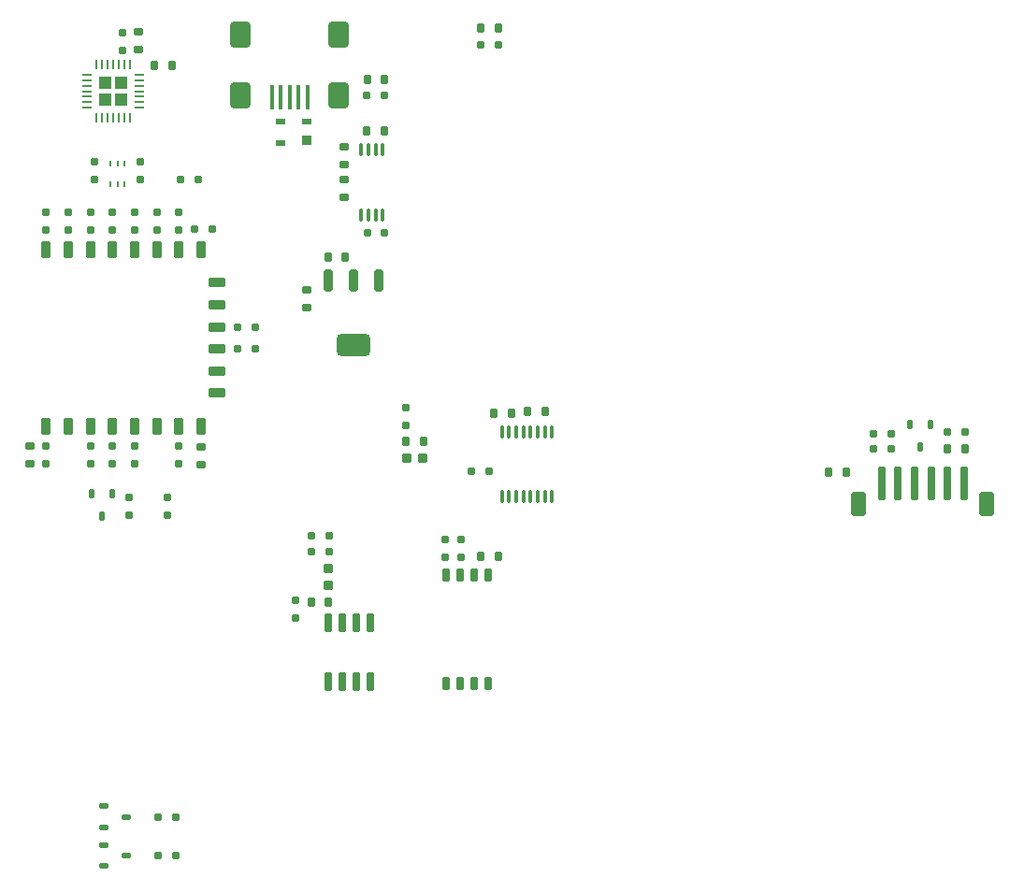
<source format=gtp>
G04*
G04 #@! TF.GenerationSoftware,Altium Limited,Altium Designer,20.0.13 (296)*
G04*
G04 Layer_Color=8421504*
%FSAX44Y44*%
%MOMM*%
G71*
G01*
G75*
G04:AMPARAMS|DCode=14|XSize=0.85mm|YSize=0.75mm|CornerRadius=0.1625mm|HoleSize=0mm|Usage=FLASHONLY|Rotation=90.000|XOffset=0mm|YOffset=0mm|HoleType=Round|Shape=RoundedRectangle|*
%AMROUNDEDRECTD14*
21,1,0.8500,0.4250,0,0,90.0*
21,1,0.5250,0.7500,0,0,90.0*
1,1,0.3250,0.2125,0.2625*
1,1,0.3250,0.2125,-0.2625*
1,1,0.3250,-0.2125,-0.2625*
1,1,0.3250,-0.2125,0.2625*
%
%ADD14ROUNDEDRECTD14*%
G04:AMPARAMS|DCode=15|XSize=0.75mm|YSize=0.7mm|CornerRadius=0.15mm|HoleSize=0mm|Usage=FLASHONLY|Rotation=270.000|XOffset=0mm|YOffset=0mm|HoleType=Round|Shape=RoundedRectangle|*
%AMROUNDEDRECTD15*
21,1,0.7500,0.4000,0,0,270.0*
21,1,0.4500,0.7000,0,0,270.0*
1,1,0.3000,-0.2000,-0.2250*
1,1,0.3000,-0.2000,0.2250*
1,1,0.3000,0.2000,0.2250*
1,1,0.3000,0.2000,-0.2250*
%
%ADD15ROUNDEDRECTD15*%
G04:AMPARAMS|DCode=16|XSize=0.84mm|YSize=0.88mm|CornerRadius=0.185mm|HoleSize=0mm|Usage=FLASHONLY|Rotation=90.000|XOffset=0mm|YOffset=0mm|HoleType=Round|Shape=RoundedRectangle|*
%AMROUNDEDRECTD16*
21,1,0.8400,0.5100,0,0,90.0*
21,1,0.4700,0.8800,0,0,90.0*
1,1,0.3700,0.2550,0.2350*
1,1,0.3700,0.2550,-0.2350*
1,1,0.3700,-0.2550,-0.2350*
1,1,0.3700,-0.2550,0.2350*
%
%ADD16ROUNDEDRECTD16*%
G04:AMPARAMS|DCode=17|XSize=1.4mm|YSize=2.2mm|CornerRadius=0.325mm|HoleSize=0mm|Usage=FLASHONLY|Rotation=180.000|XOffset=0mm|YOffset=0mm|HoleType=Round|Shape=RoundedRectangle|*
%AMROUNDEDRECTD17*
21,1,1.4000,1.5500,0,0,180.0*
21,1,0.7500,2.2000,0,0,180.0*
1,1,0.6500,-0.3750,0.7750*
1,1,0.6500,0.3750,0.7750*
1,1,0.6500,0.3750,-0.7750*
1,1,0.6500,-0.3750,-0.7750*
%
%ADD17ROUNDEDRECTD17*%
G04:AMPARAMS|DCode=18|XSize=0.6mm|YSize=3.1mm|CornerRadius=0.125mm|HoleSize=0mm|Usage=FLASHONLY|Rotation=180.000|XOffset=0mm|YOffset=0mm|HoleType=Round|Shape=RoundedRectangle|*
%AMROUNDEDRECTD18*
21,1,0.6000,2.8500,0,0,180.0*
21,1,0.3500,3.1000,0,0,180.0*
1,1,0.2500,-0.1750,1.4250*
1,1,0.2500,0.1750,1.4250*
1,1,0.2500,0.1750,-1.4250*
1,1,0.2500,-0.1750,-1.4250*
%
%ADD18ROUNDEDRECTD18*%
G04:AMPARAMS|DCode=19|XSize=1.9mm|YSize=2.4mm|CornerRadius=0.45mm|HoleSize=0mm|Usage=FLASHONLY|Rotation=180.000|XOffset=0mm|YOffset=0mm|HoleType=Round|Shape=RoundedRectangle|*
%AMROUNDEDRECTD19*
21,1,1.9000,1.5000,0,0,180.0*
21,1,1.0000,2.4000,0,0,180.0*
1,1,0.9000,-0.5000,0.7500*
1,1,0.9000,0.5000,0.7500*
1,1,0.9000,0.5000,-0.7500*
1,1,0.9000,-0.5000,-0.7500*
%
%ADD19ROUNDEDRECTD19*%
G04:AMPARAMS|DCode=20|XSize=0.4mm|YSize=2.2mm|CornerRadius=0.075mm|HoleSize=0mm|Usage=FLASHONLY|Rotation=180.000|XOffset=0mm|YOffset=0mm|HoleType=Round|Shape=RoundedRectangle|*
%AMROUNDEDRECTD20*
21,1,0.4000,2.0500,0,0,180.0*
21,1,0.2500,2.2000,0,0,180.0*
1,1,0.1500,-0.1250,1.0250*
1,1,0.1500,0.1250,1.0250*
1,1,0.1500,0.1250,-1.0250*
1,1,0.1500,-0.1250,-1.0250*
%
%ADD20ROUNDEDRECTD20*%
G04:AMPARAMS|DCode=21|XSize=0.5mm|YSize=0.8mm|CornerRadius=0.1mm|HoleSize=0mm|Usage=FLASHONLY|Rotation=90.000|XOffset=0mm|YOffset=0mm|HoleType=Round|Shape=RoundedRectangle|*
%AMROUNDEDRECTD21*
21,1,0.5000,0.6000,0,0,90.0*
21,1,0.3000,0.8000,0,0,90.0*
1,1,0.2000,0.3000,0.1500*
1,1,0.2000,0.3000,-0.1500*
1,1,0.2000,-0.3000,-0.1500*
1,1,0.2000,-0.3000,0.1500*
%
%ADD21ROUNDEDRECTD21*%
G04:AMPARAMS|DCode=22|XSize=0.5mm|YSize=0.8mm|CornerRadius=0.1mm|HoleSize=0mm|Usage=FLASHONLY|Rotation=0.000|XOffset=0mm|YOffset=0mm|HoleType=Round|Shape=RoundedRectangle|*
%AMROUNDEDRECTD22*
21,1,0.5000,0.6000,0,0,0.0*
21,1,0.3000,0.8000,0,0,0.0*
1,1,0.2000,0.1500,-0.3000*
1,1,0.2000,-0.1500,-0.3000*
1,1,0.2000,-0.1500,0.3000*
1,1,0.2000,0.1500,0.3000*
%
%ADD22ROUNDEDRECTD22*%
G04:AMPARAMS|DCode=23|XSize=0.2mm|YSize=0.56mm|CornerRadius=0.025mm|HoleSize=0mm|Usage=FLASHONLY|Rotation=180.000|XOffset=0mm|YOffset=0mm|HoleType=Round|Shape=RoundedRectangle|*
%AMROUNDEDRECTD23*
21,1,0.2000,0.5100,0,0,180.0*
21,1,0.1500,0.5600,0,0,180.0*
1,1,0.0500,-0.0750,0.2550*
1,1,0.0500,0.0750,0.2550*
1,1,0.0500,0.0750,-0.2550*
1,1,0.0500,-0.0750,-0.2550*
%
%ADD23ROUNDEDRECTD23*%
G04:AMPARAMS|DCode=24|XSize=0.9mm|YSize=0.9mm|CornerRadius=0.2mm|HoleSize=0mm|Usage=FLASHONLY|Rotation=270.000|XOffset=0mm|YOffset=0mm|HoleType=Round|Shape=RoundedRectangle|*
%AMROUNDEDRECTD24*
21,1,0.9000,0.5000,0,0,270.0*
21,1,0.5000,0.9000,0,0,270.0*
1,1,0.4000,-0.2500,-0.2500*
1,1,0.4000,-0.2500,0.2500*
1,1,0.4000,0.2500,0.2500*
1,1,0.4000,0.2500,-0.2500*
%
%ADD24ROUNDEDRECTD24*%
G04:AMPARAMS|DCode=25|XSize=0.5mm|YSize=0.9mm|CornerRadius=0.1mm|HoleSize=0mm|Usage=FLASHONLY|Rotation=270.000|XOffset=0mm|YOffset=0mm|HoleType=Round|Shape=RoundedRectangle|*
%AMROUNDEDRECTD25*
21,1,0.5000,0.7000,0,0,270.0*
21,1,0.3000,0.9000,0,0,270.0*
1,1,0.2000,-0.3500,-0.1500*
1,1,0.2000,-0.3500,0.1500*
1,1,0.2000,0.3500,0.1500*
1,1,0.2000,0.3500,-0.1500*
%
%ADD25ROUNDEDRECTD25*%
G04:AMPARAMS|DCode=26|XSize=0.75mm|YSize=0.7mm|CornerRadius=0.15mm|HoleSize=0mm|Usage=FLASHONLY|Rotation=0.000|XOffset=0mm|YOffset=0mm|HoleType=Round|Shape=RoundedRectangle|*
%AMROUNDEDRECTD26*
21,1,0.7500,0.4000,0,0,0.0*
21,1,0.4500,0.7000,0,0,0.0*
1,1,0.3000,0.2250,-0.2000*
1,1,0.3000,-0.2250,-0.2000*
1,1,0.3000,-0.2250,0.2000*
1,1,0.3000,0.2250,0.2000*
%
%ADD26ROUNDEDRECTD26*%
G04:AMPARAMS|DCode=27|XSize=0.84mm|YSize=0.88mm|CornerRadius=0.185mm|HoleSize=0mm|Usage=FLASHONLY|Rotation=180.000|XOffset=0mm|YOffset=0mm|HoleType=Round|Shape=RoundedRectangle|*
%AMROUNDEDRECTD27*
21,1,0.8400,0.5100,0,0,180.0*
21,1,0.4700,0.8800,0,0,180.0*
1,1,0.3700,-0.2350,0.2550*
1,1,0.3700,0.2350,0.2550*
1,1,0.3700,0.2350,-0.2550*
1,1,0.3700,-0.2350,-0.2550*
%
%ADD27ROUNDEDRECTD27*%
G04:AMPARAMS|DCode=28|XSize=0.15mm|YSize=0.8mm|CornerRadius=0.0125mm|HoleSize=0mm|Usage=FLASHONLY|Rotation=180.000|XOffset=0mm|YOffset=0mm|HoleType=Round|Shape=RoundedRectangle|*
%AMROUNDEDRECTD28*
21,1,0.1500,0.7750,0,0,180.0*
21,1,0.1250,0.8000,0,0,180.0*
1,1,0.0250,-0.0625,0.3875*
1,1,0.0250,0.0625,0.3875*
1,1,0.0250,0.0625,-0.3875*
1,1,0.0250,-0.0625,-0.3875*
%
%ADD28ROUNDEDRECTD28*%
G04:AMPARAMS|DCode=29|XSize=0.15mm|YSize=0.8mm|CornerRadius=0.0125mm|HoleSize=0mm|Usage=FLASHONLY|Rotation=270.000|XOffset=0mm|YOffset=0mm|HoleType=Round|Shape=RoundedRectangle|*
%AMROUNDEDRECTD29*
21,1,0.1500,0.7750,0,0,270.0*
21,1,0.1250,0.8000,0,0,270.0*
1,1,0.0250,-0.3875,-0.0625*
1,1,0.0250,-0.3875,0.0625*
1,1,0.0250,0.3875,0.0625*
1,1,0.0250,0.3875,-0.0625*
%
%ADD29ROUNDEDRECTD29*%
G04:AMPARAMS|DCode=30|XSize=1.6mm|YSize=0.8mm|CornerRadius=0.175mm|HoleSize=0mm|Usage=FLASHONLY|Rotation=90.000|XOffset=0mm|YOffset=0mm|HoleType=Round|Shape=RoundedRectangle|*
%AMROUNDEDRECTD30*
21,1,1.6000,0.4500,0,0,90.0*
21,1,1.2500,0.8000,0,0,90.0*
1,1,0.3500,0.2250,0.6250*
1,1,0.3500,0.2250,-0.6250*
1,1,0.3500,-0.2250,-0.6250*
1,1,0.3500,-0.2250,0.6250*
%
%ADD30ROUNDEDRECTD30*%
G04:AMPARAMS|DCode=31|XSize=1.6mm|YSize=0.8mm|CornerRadius=0.175mm|HoleSize=0mm|Usage=FLASHONLY|Rotation=180.000|XOffset=0mm|YOffset=0mm|HoleType=Round|Shape=RoundedRectangle|*
%AMROUNDEDRECTD31*
21,1,1.6000,0.4500,0,0,180.0*
21,1,1.2500,0.8000,0,0,180.0*
1,1,0.3500,-0.6250,0.2250*
1,1,0.3500,0.6250,0.2250*
1,1,0.3500,0.6250,-0.2250*
1,1,0.3500,-0.6250,-0.2250*
%
%ADD31ROUNDEDRECTD31*%
G04:AMPARAMS|DCode=32|XSize=1.7mm|YSize=0.7mm|CornerRadius=0.15mm|HoleSize=0mm|Usage=FLASHONLY|Rotation=270.000|XOffset=0mm|YOffset=0mm|HoleType=Round|Shape=RoundedRectangle|*
%AMROUNDEDRECTD32*
21,1,1.7000,0.4000,0,0,270.0*
21,1,1.4000,0.7000,0,0,270.0*
1,1,0.3000,-0.2000,-0.7000*
1,1,0.3000,-0.2000,0.7000*
1,1,0.3000,0.2000,0.7000*
1,1,0.3000,0.2000,-0.7000*
%
%ADD32ROUNDEDRECTD32*%
G04:AMPARAMS|DCode=33|XSize=1.25mm|YSize=0.6mm|CornerRadius=0.125mm|HoleSize=0mm|Usage=FLASHONLY|Rotation=270.000|XOffset=0mm|YOffset=0mm|HoleType=Round|Shape=RoundedRectangle|*
%AMROUNDEDRECTD33*
21,1,1.2500,0.3500,0,0,270.0*
21,1,1.0000,0.6000,0,0,270.0*
1,1,0.2500,-0.1750,-0.5000*
1,1,0.2500,-0.1750,0.5000*
1,1,0.2500,0.1750,0.5000*
1,1,0.2500,0.1750,-0.5000*
%
%ADD33ROUNDEDRECTD33*%
G04:AMPARAMS|DCode=34|XSize=3.1mm|YSize=2.05mm|CornerRadius=0.4875mm|HoleSize=0mm|Usage=FLASHONLY|Rotation=0.000|XOffset=0mm|YOffset=0mm|HoleType=Round|Shape=RoundedRectangle|*
%AMROUNDEDRECTD34*
21,1,3.1000,1.0750,0,0,0.0*
21,1,2.1250,2.0500,0,0,0.0*
1,1,0.9750,1.0625,-0.5375*
1,1,0.9750,-1.0625,-0.5375*
1,1,0.9750,-1.0625,0.5375*
1,1,0.9750,1.0625,0.5375*
%
%ADD34ROUNDEDRECTD34*%
G04:AMPARAMS|DCode=35|XSize=0.8mm|YSize=2.05mm|CornerRadius=0.175mm|HoleSize=0mm|Usage=FLASHONLY|Rotation=0.000|XOffset=0mm|YOffset=0mm|HoleType=Round|Shape=RoundedRectangle|*
%AMROUNDEDRECTD35*
21,1,0.8000,1.7000,0,0,0.0*
21,1,0.4500,2.0500,0,0,0.0*
1,1,0.3500,0.2250,-0.8500*
1,1,0.3500,-0.2250,-0.8500*
1,1,0.3500,-0.2250,0.8500*
1,1,0.3500,0.2250,0.8500*
%
%ADD35ROUNDEDRECTD35*%
%ADD36O,0.3500X1.3000*%
G04:AMPARAMS|DCode=37|XSize=0.85mm|YSize=0.75mm|CornerRadius=0.1625mm|HoleSize=0mm|Usage=FLASHONLY|Rotation=0.000|XOffset=0mm|YOffset=0mm|HoleType=Round|Shape=RoundedRectangle|*
%AMROUNDEDRECTD37*
21,1,0.8500,0.4250,0,0,0.0*
21,1,0.5250,0.7500,0,0,0.0*
1,1,0.3250,0.2625,-0.2125*
1,1,0.3250,-0.2625,-0.2125*
1,1,0.3250,-0.2625,0.2125*
1,1,0.3250,0.2625,0.2125*
%
%ADD37ROUNDEDRECTD37*%
G36*
X00135000Y00739640D02*
X00146000D01*
X00146000Y00728640D01*
X00135000D01*
X00135000Y00739640D01*
D02*
G37*
G36*
X00161000Y00739640D02*
X00150000D01*
X00150000Y00728640D01*
X00161000D01*
X00161000Y00739640D01*
D02*
G37*
G36*
X00135000Y00743640D02*
X00146000D01*
X00146000Y00754640D01*
X00135000D01*
X00135000Y00743640D01*
D02*
G37*
G36*
X00161000Y00743640D02*
X00150000D01*
X00150000Y00754640D01*
X00161000D01*
X00161000Y00743640D01*
D02*
G37*
D14*
X00378000Y00752000D02*
D03*
X00394000D02*
D03*
X00481000Y00798750D02*
D03*
X00497000D02*
D03*
X00429250Y00424750D02*
D03*
X00413250D02*
D03*
X00903250Y00418000D02*
D03*
X00919250D02*
D03*
X00327200Y00279250D02*
D03*
X00343200D02*
D03*
X00497000Y00320250D02*
D03*
X00481000D02*
D03*
X00393500Y00705750D02*
D03*
X00377500D02*
D03*
X00358500Y00591000D02*
D03*
X00342500D02*
D03*
X00493000Y00450000D02*
D03*
X00509000D02*
D03*
X00539000Y00451250D02*
D03*
X00523000D02*
D03*
X00201750Y00764890D02*
D03*
X00185750D02*
D03*
X00795750Y00396750D02*
D03*
X00811750D02*
D03*
D15*
X00393500Y00737500D02*
D03*
X00377500D02*
D03*
X00472250Y00397500D02*
D03*
X00488250D02*
D03*
X00260500Y00528240D02*
D03*
X00276500D02*
D03*
X00260500Y00508240D02*
D03*
X00276500D02*
D03*
X00205000Y00084500D02*
D03*
X00189000D02*
D03*
X00205000Y00049500D02*
D03*
X00189000D02*
D03*
X00225250Y00661750D02*
D03*
X00209250D02*
D03*
X00836750Y00431500D02*
D03*
X00852750D02*
D03*
X00836750Y00417500D02*
D03*
X00852750D02*
D03*
X00919250Y00433000D02*
D03*
X00903250D02*
D03*
X00343750Y00324250D02*
D03*
X00327750D02*
D03*
X00343750Y00338750D02*
D03*
X00327750D02*
D03*
X00497000Y00783750D02*
D03*
X00481000D02*
D03*
X00394000Y00613250D02*
D03*
X00378000D02*
D03*
X00221500Y00616740D02*
D03*
X00237500D02*
D03*
D16*
X00413850Y00409250D02*
D03*
X00428650D02*
D03*
D17*
X00823250Y00368000D02*
D03*
X00939250D02*
D03*
D18*
X00843750Y00386500D02*
D03*
X00903750D02*
D03*
X00888750D02*
D03*
X00858750D02*
D03*
X00873750D02*
D03*
X00918750D02*
D03*
D19*
X00263500Y00737500D02*
D03*
Y00792500D02*
D03*
X00352500Y00737500D02*
D03*
Y00792500D02*
D03*
D20*
X00292000Y00736500D02*
D03*
X00300000D02*
D03*
X00308000D02*
D03*
X00324000D02*
D03*
X00316000D02*
D03*
D21*
X00140000Y00094000D02*
D03*
Y00075000D02*
D03*
X00160000Y00084500D02*
D03*
X00140000Y00059000D02*
D03*
Y00040000D02*
D03*
X00160000Y00049500D02*
D03*
D22*
X00147500Y00377000D02*
D03*
X00128500D02*
D03*
X00138000Y00357000D02*
D03*
X00888250Y00439750D02*
D03*
X00869250D02*
D03*
X00878750Y00419750D02*
D03*
D23*
X00145500Y00657790D02*
D03*
X00152000D02*
D03*
X00158500D02*
D03*
Y00676190D02*
D03*
X00152000D02*
D03*
X00145500D02*
D03*
D24*
X00323500Y00697000D02*
D03*
D25*
Y00714000D02*
D03*
X00299500D02*
D03*
Y00695000D02*
D03*
D26*
X00313250Y00264250D02*
D03*
Y00280250D02*
D03*
X00172500Y00661740D02*
D03*
Y00677740D02*
D03*
X00147500Y00420240D02*
D03*
Y00404240D02*
D03*
X00131500Y00677740D02*
D03*
Y00661740D02*
D03*
X00197000Y00373750D02*
D03*
Y00357750D02*
D03*
X00162750Y00373750D02*
D03*
Y00357750D02*
D03*
X00156750Y00778890D02*
D03*
Y00794890D02*
D03*
X00087500Y00632240D02*
D03*
Y00616240D02*
D03*
X00107500Y00632240D02*
D03*
Y00616240D02*
D03*
X00207500Y00632240D02*
D03*
Y00616240D02*
D03*
X00167500Y00404240D02*
D03*
Y00420240D02*
D03*
X00147500Y00616240D02*
D03*
Y00632240D02*
D03*
X00127500Y00616240D02*
D03*
Y00632240D02*
D03*
X00207500Y00404240D02*
D03*
Y00420240D02*
D03*
X00463000Y00335750D02*
D03*
Y00319750D02*
D03*
X00449000Y00335750D02*
D03*
Y00319750D02*
D03*
X00087500Y00420240D02*
D03*
Y00404240D02*
D03*
X00127500Y00420240D02*
D03*
Y00404240D02*
D03*
X00187500Y00616240D02*
D03*
Y00632240D02*
D03*
X00413250Y00455250D02*
D03*
Y00439250D02*
D03*
X00167500Y00616240D02*
D03*
Y00632240D02*
D03*
D27*
X00342750Y00309150D02*
D03*
Y00294350D02*
D03*
D28*
X00163000Y00717640D02*
D03*
X00158000D02*
D03*
X00153000D02*
D03*
X00148000D02*
D03*
X00143000D02*
D03*
X00138000D02*
D03*
X00133000D02*
D03*
Y00765640D02*
D03*
X00138000D02*
D03*
X00143000D02*
D03*
X00148000D02*
D03*
X00153000D02*
D03*
X00158000D02*
D03*
X00163000D02*
D03*
D29*
X00124000Y00726640D02*
D03*
Y00731640D02*
D03*
Y00736640D02*
D03*
Y00741640D02*
D03*
Y00746640D02*
D03*
Y00751640D02*
D03*
Y00756640D02*
D03*
X00172000D02*
D03*
Y00751640D02*
D03*
Y00746640D02*
D03*
Y00741640D02*
D03*
Y00736640D02*
D03*
Y00731640D02*
D03*
Y00726640D02*
D03*
D30*
X00087500Y00598240D02*
D03*
X00147500D02*
D03*
X00107500D02*
D03*
X00127500D02*
D03*
X00187500D02*
D03*
X00207500D02*
D03*
X00227500D02*
D03*
X00147500Y00438240D02*
D03*
X00127500D02*
D03*
X00107500D02*
D03*
X00207500D02*
D03*
X00187500D02*
D03*
X00167500D02*
D03*
Y00598240D02*
D03*
X00087500Y00438240D02*
D03*
X00227500D02*
D03*
D31*
X00242500Y00568240D02*
D03*
Y00508240D02*
D03*
Y00488240D02*
D03*
Y00548240D02*
D03*
Y00528240D02*
D03*
Y00468240D02*
D03*
D32*
X00355900Y00260150D02*
D03*
X00381300Y00207350D02*
D03*
Y00260150D02*
D03*
X00343200D02*
D03*
X00368600Y00207350D02*
D03*
X00355900D02*
D03*
X00343200D02*
D03*
X00368600Y00260150D02*
D03*
D33*
X00475000Y00303460D02*
D03*
X00487700D02*
D03*
X00449600D02*
D03*
X00462300D02*
D03*
X00449600Y00205160D02*
D03*
X00462300D02*
D03*
X00475000D02*
D03*
X00487700D02*
D03*
D34*
X00365500Y00511750D02*
D03*
D35*
X00342500Y00570250D02*
D03*
X00365500D02*
D03*
X00388500D02*
D03*
D36*
X00392250Y00688750D02*
D03*
X00385750D02*
D03*
X00379250D02*
D03*
X00372750D02*
D03*
X00392250Y00629750D02*
D03*
X00385750D02*
D03*
X00379250D02*
D03*
X00372750D02*
D03*
X00500000Y00374250D02*
D03*
X00506500D02*
D03*
X00513000D02*
D03*
X00519500D02*
D03*
X00526000D02*
D03*
X00532500D02*
D03*
X00539000D02*
D03*
X00545500D02*
D03*
X00500000Y00433250D02*
D03*
X00506500D02*
D03*
X00513000D02*
D03*
X00519500D02*
D03*
X00526000D02*
D03*
X00532500D02*
D03*
X00539000D02*
D03*
X00545500D02*
D03*
D37*
X00171250Y00795390D02*
D03*
Y00779390D02*
D03*
X00357000Y00675250D02*
D03*
Y00691250D02*
D03*
X00323000Y00562000D02*
D03*
Y00546000D02*
D03*
X00072500Y00404240D02*
D03*
Y00420240D02*
D03*
X00357000Y00645250D02*
D03*
Y00661250D02*
D03*
X00227500Y00403740D02*
D03*
Y00419740D02*
D03*
M02*

</source>
